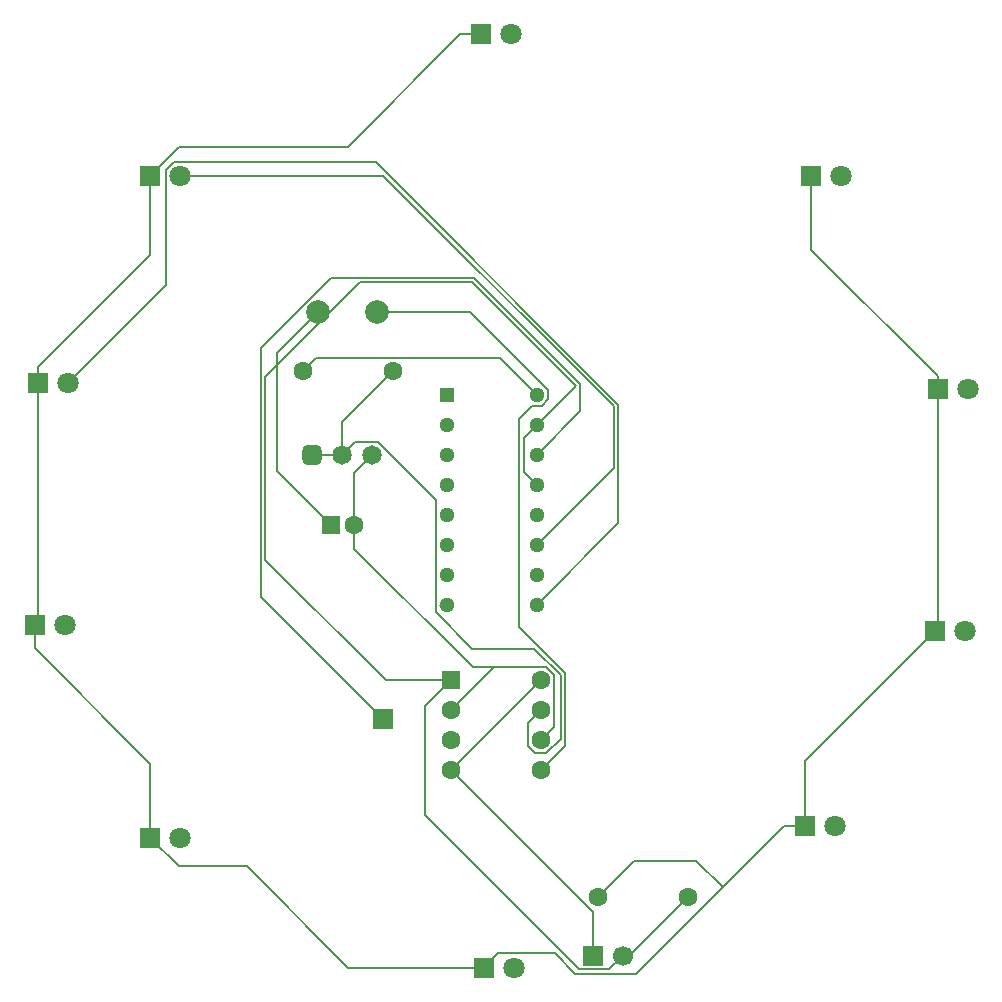
<source format=gbr>
%TF.GenerationSoftware,KiCad,Pcbnew,9.0.7*%
%TF.CreationDate,2026-02-11T00:05:44+01:00*%
%TF.ProjectId,BlinkerLED,426c696e-6b65-4724-9c45-442e6b696361,rev?*%
%TF.SameCoordinates,Original*%
%TF.FileFunction,Copper,L1,Top*%
%TF.FilePolarity,Positive*%
%FSLAX46Y46*%
G04 Gerber Fmt 4.6, Leading zero omitted, Abs format (unit mm)*
G04 Created by KiCad (PCBNEW 9.0.7) date 2026-02-11 00:05:44*
%MOMM*%
%LPD*%
G01*
G04 APERTURE LIST*
G04 Aperture macros list*
%AMRoundRect*
0 Rectangle with rounded corners*
0 $1 Rounding radius*
0 $2 $3 $4 $5 $6 $7 $8 $9 X,Y pos of 4 corners*
0 Add a 4 corners polygon primitive as box body*
4,1,4,$2,$3,$4,$5,$6,$7,$8,$9,$2,$3,0*
0 Add four circle primitives for the rounded corners*
1,1,$1+$1,$2,$3*
1,1,$1+$1,$4,$5*
1,1,$1+$1,$6,$7*
1,1,$1+$1,$8,$9*
0 Add four rect primitives between the rounded corners*
20,1,$1+$1,$2,$3,$4,$5,0*
20,1,$1+$1,$4,$5,$6,$7,0*
20,1,$1+$1,$6,$7,$8,$9,0*
20,1,$1+$1,$8,$9,$2,$3,0*%
G04 Aperture macros list end*
%TA.AperFunction,ComponentPad*%
%ADD10R,1.800000X1.800000*%
%TD*%
%TA.AperFunction,ComponentPad*%
%ADD11C,1.800000*%
%TD*%
%TA.AperFunction,ComponentPad*%
%ADD12RoundRect,0.250000X-0.550000X-0.550000X0.550000X-0.550000X0.550000X0.550000X-0.550000X0.550000X0*%
%TD*%
%TA.AperFunction,ComponentPad*%
%ADD13C,1.600000*%
%TD*%
%TA.AperFunction,ComponentPad*%
%ADD14RoundRect,0.412500X-0.412500X-0.412500X0.412500X-0.412500X0.412500X0.412500X-0.412500X0.412500X0*%
%TD*%
%TA.AperFunction,ComponentPad*%
%ADD15C,1.650000*%
%TD*%
%TA.AperFunction,ComponentPad*%
%ADD16R,1.700000X1.700000*%
%TD*%
%TA.AperFunction,ComponentPad*%
%ADD17R,1.295400X1.295400*%
%TD*%
%TA.AperFunction,ComponentPad*%
%ADD18C,1.295400*%
%TD*%
%TA.AperFunction,ComponentPad*%
%ADD19C,2.000000*%
%TD*%
%TA.AperFunction,ComponentPad*%
%ADD20C,1.700000*%
%TD*%
%TA.AperFunction,Conductor*%
%ADD21C,0.200000*%
%TD*%
G04 APERTURE END LIST*
D10*
%TO.P,D6,1,K*%
%TO.N,Net-(D1-K)*%
X108000000Y-140500000D03*
D11*
%TO.P,D6,2,A*%
%TO.N,Net-(D6-A)*%
X110540000Y-140500000D03*
%TD*%
D10*
%TO.P,D1,1,K*%
%TO.N,Net-(D1-K)*%
X107730000Y-61500000D03*
D11*
%TO.P,D1,2,A*%
%TO.N,Net-(D1-A)*%
X110270000Y-61500000D03*
%TD*%
D12*
%TO.P,U1,1,GND*%
%TO.N,GND*%
X105195000Y-116190000D03*
D13*
%TO.P,U1,2,TRIG*%
%TO.N,TR*%
X105195000Y-118730000D03*
%TO.P,U1,3,OUT*%
%TO.N,OUT*%
X105195000Y-121270000D03*
%TO.P,U1,4,~{RST}*%
%TO.N,+5V*%
X105195000Y-123810000D03*
%TO.P,U1,5,CONT*%
%TO.N,Net-(U1-CONT)*%
X112815000Y-123810000D03*
%TO.P,U1,6,THRES*%
%TO.N,TR*%
X112815000Y-121270000D03*
%TO.P,U1,7,DISCH*%
%TO.N,Net-(U1-DISCH)*%
X112815000Y-118730000D03*
%TO.P,U1,8,VCC*%
%TO.N,+5V*%
X112815000Y-116190000D03*
%TD*%
D10*
%TO.P,D7,1,K*%
%TO.N,Net-(D1-K)*%
X79730000Y-129500000D03*
D11*
%TO.P,D7,2,A*%
%TO.N,Net-(D7-A)*%
X82270000Y-129500000D03*
%TD*%
D14*
%TO.P,RV1,1,1*%
%TO.N,Net-(U1-DISCH)*%
X93460000Y-97112500D03*
D15*
%TO.P,RV1,2,2*%
X96000000Y-97112500D03*
%TO.P,RV1,3,3*%
%TO.N,TR*%
X98540000Y-97112500D03*
%TD*%
D12*
%TO.P,C4,1*%
%TO.N,GND*%
X95044888Y-103000000D03*
D13*
%TO.P,C4,2*%
%TO.N,TR*%
X97044888Y-103000000D03*
%TD*%
D16*
%TO.P,J2,1,Pin_1*%
%TO.N,OUT*%
X99500000Y-119500000D03*
%TD*%
D10*
%TO.P,D3,1,K*%
%TO.N,Net-(D1-K)*%
X146460000Y-91500000D03*
D11*
%TO.P,D3,2,A*%
%TO.N,Net-(D3-A)*%
X149000000Y-91500000D03*
%TD*%
D17*
%TO.P,U2,1,Q5*%
%TO.N,Net-(D6-A)*%
X104880000Y-92000000D03*
D18*
%TO.P,U2,2,Q1*%
%TO.N,Net-(D2-A)*%
X104880000Y-94540000D03*
%TO.P,U2,3,Q0*%
%TO.N,Net-(D1-A)*%
X104880000Y-97080000D03*
%TO.P,U2,4,Q2*%
%TO.N,Net-(D3-A)*%
X104880000Y-99620000D03*
%TO.P,U2,5,Q6*%
%TO.N,Net-(D7-A)*%
X104880000Y-102160000D03*
%TO.P,U2,6,Q7*%
%TO.N,Net-(D8-A)*%
X104880000Y-104700000D03*
%TO.P,U2,7,Q3*%
%TO.N,Net-(D4-A)*%
X104880000Y-107240000D03*
%TO.P,U2,8,VSS*%
%TO.N,GND*%
X104880000Y-109780000D03*
%TO.P,U2,9,Q8*%
%TO.N,Net-(D9-A)*%
X112500000Y-109780000D03*
%TO.P,U2,10,Q4*%
%TO.N,Net-(D5-A)*%
X112500000Y-107240000D03*
%TO.P,U2,11,Q9*%
%TO.N,Net-(D10-A)*%
X112500000Y-104700000D03*
%TO.P,U2,12,Cout*%
%TO.N,unconnected-(U2-Cout-Pad12)*%
X112500000Y-102160000D03*
%TO.P,U2,13,CKEN*%
%TO.N,GND*%
X112500000Y-99620000D03*
%TO.P,U2,14,CLK*%
%TO.N,OUT*%
X112500000Y-97080000D03*
%TO.P,U2,15,Reset*%
%TO.N,GND*%
X112500000Y-94540000D03*
%TO.P,U2,16,VDD*%
%TO.N,+5V*%
X112500000Y-92000000D03*
%TD*%
D19*
%TO.P,C3,1*%
%TO.N,GND*%
X94000000Y-85000000D03*
%TO.P,C3,2*%
%TO.N,Net-(U1-CONT)*%
X99000000Y-85000000D03*
%TD*%
D10*
%TO.P,D5,1,K*%
%TO.N,Net-(D1-K)*%
X135230000Y-128500000D03*
D11*
%TO.P,D5,2,A*%
%TO.N,Net-(D5-A)*%
X137770000Y-128500000D03*
%TD*%
D10*
%TO.P,D9,1,K*%
%TO.N,Net-(D1-K)*%
X70230000Y-91000000D03*
D11*
%TO.P,D9,2,A*%
%TO.N,Net-(D9-A)*%
X72770000Y-91000000D03*
%TD*%
D10*
%TO.P,D10,1,K*%
%TO.N,Net-(D1-K)*%
X79730000Y-73500000D03*
D11*
%TO.P,D10,2,A*%
%TO.N,Net-(D10-A)*%
X82270000Y-73500000D03*
%TD*%
D10*
%TO.P,D2,1,K*%
%TO.N,Net-(D1-K)*%
X135730000Y-73500000D03*
D11*
%TO.P,D2,2,A*%
%TO.N,Net-(D2-A)*%
X138270000Y-73500000D03*
%TD*%
D13*
%TO.P,R3,1*%
%TO.N,+5V*%
X92690000Y-90000000D03*
%TO.P,R3,2*%
%TO.N,Net-(U1-DISCH)*%
X100310000Y-90000000D03*
%TD*%
D16*
%TO.P,J1,1,Pin_1*%
%TO.N,+5V*%
X117225000Y-139500000D03*
D20*
%TO.P,J1,2,Pin_2*%
%TO.N,GND*%
X119765000Y-139500000D03*
%TD*%
D13*
%TO.P,R4,1*%
%TO.N,Net-(D1-K)*%
X117690000Y-134500000D03*
%TO.P,R4,2*%
%TO.N,GND*%
X125310000Y-134500000D03*
%TD*%
D10*
%TO.P,D4,1,K*%
%TO.N,Net-(D1-K)*%
X146230000Y-112000000D03*
D11*
%TO.P,D4,2,A*%
%TO.N,Net-(D4-A)*%
X148770000Y-112000000D03*
%TD*%
D10*
%TO.P,D8,1,K*%
%TO.N,Net-(D1-K)*%
X69960000Y-111500000D03*
D11*
%TO.P,D8,2,A*%
%TO.N,Net-(D8-A)*%
X72500000Y-111500000D03*
%TD*%
D21*
%TO.N,GND*%
X116074000Y-140651000D02*
X118614000Y-140651000D01*
X120310000Y-139500000D02*
X119765000Y-139500000D01*
X111401000Y-95639000D02*
X111401000Y-98521000D01*
X94000000Y-85000000D02*
X90500000Y-88500000D01*
X104324888Y-109780000D02*
X104880000Y-109780000D01*
X89500000Y-90500000D02*
X89500000Y-106000000D01*
X89500000Y-106000000D02*
X99690000Y-116190000D01*
X90500000Y-98455112D02*
X95044888Y-103000000D01*
X97500000Y-82500000D02*
X89500000Y-90500000D01*
X112500000Y-94540000D02*
X111401000Y-95639000D01*
X99690000Y-116190000D02*
X105195000Y-116190000D01*
X105195000Y-116190000D02*
X103000000Y-118385000D01*
X103000000Y-127577000D02*
X116074000Y-140651000D01*
X103000000Y-118385000D02*
X103000000Y-127577000D01*
X125310000Y-134500000D02*
X120310000Y-139500000D01*
X90500000Y-88500000D02*
X90500000Y-98455112D01*
X112500000Y-94540000D02*
X115770000Y-91269999D01*
X111401000Y-98521000D02*
X112500000Y-99620000D01*
X115770000Y-91269999D02*
X107000001Y-82500000D01*
X118614000Y-140651000D02*
X119765000Y-139500000D01*
X107000001Y-82500000D02*
X97500000Y-82500000D01*
%TO.N,Net-(U1-CONT)*%
X111000000Y-94055735D02*
X112107035Y-92948700D01*
X114901000Y-121724000D02*
X114901000Y-115584750D01*
X112815000Y-123810000D02*
X114901000Y-121724000D01*
X113448700Y-91607035D02*
X106841665Y-85000000D01*
X113448700Y-92392965D02*
X113448700Y-91607035D01*
X112892965Y-92948700D02*
X113448700Y-92392965D01*
X111000000Y-111683750D02*
X111000000Y-94055735D01*
X106841665Y-85000000D02*
X99000000Y-85000000D01*
X112107035Y-92948700D02*
X112892965Y-92948700D01*
X114901000Y-115584750D02*
X111000000Y-111683750D01*
%TO.N,TR*%
X97044888Y-103000000D02*
X97044888Y-105044888D01*
X108836000Y-115089000D02*
X113271050Y-115089000D01*
X113271050Y-115089000D02*
X113916000Y-115733950D01*
X97044888Y-105044888D02*
X107089000Y-115089000D01*
X97044888Y-103000000D02*
X97044888Y-98607612D01*
X113916000Y-120169000D02*
X112815000Y-121270000D01*
X107089000Y-115089000D02*
X108836000Y-115089000D01*
X97044888Y-98607612D02*
X98540000Y-97112500D01*
X105195000Y-118730000D02*
X108836000Y-115089000D01*
X113916000Y-115733950D02*
X113916000Y-120169000D01*
%TO.N,Net-(D1-K)*%
X79730000Y-129500000D02*
X79730000Y-123230000D01*
X70230000Y-110770000D02*
X70230000Y-91000000D01*
X115744713Y-141052318D02*
X120887453Y-141052318D01*
X113991395Y-139299000D02*
X115744713Y-141052318D01*
X146460000Y-91500000D02*
X146460000Y-90460000D01*
X120690000Y-131500000D02*
X126000000Y-131500000D01*
X87934078Y-131934078D02*
X82164078Y-131934078D01*
X120887453Y-141052318D02*
X128219885Y-133719885D01*
X135230000Y-123000000D02*
X146230000Y-112000000D01*
X117690000Y-134500000D02*
X120690000Y-131500000D01*
X69960000Y-111040000D02*
X70230000Y-110770000D01*
X109201000Y-139299000D02*
X113991395Y-139299000D01*
X146460000Y-111540000D02*
X146460000Y-91500000D01*
X82230000Y-71000000D02*
X96500000Y-71000000D01*
X69960000Y-111500000D02*
X69960000Y-111040000D01*
X133439771Y-128500000D02*
X135230000Y-128500000D01*
X135730000Y-79730000D02*
X135730000Y-73500000D01*
X79730000Y-80135000D02*
X79730000Y-73500000D01*
X135230000Y-128500000D02*
X135230000Y-123000000D01*
X96500000Y-71000000D02*
X106000000Y-61500000D01*
X106000000Y-61500000D02*
X107730000Y-61500000D01*
X108000000Y-140500000D02*
X96500000Y-140500000D01*
X79730000Y-73500000D02*
X82230000Y-71000000D01*
X82164078Y-131934078D02*
X79730000Y-129500000D01*
X96500000Y-140500000D02*
X87934078Y-131934078D01*
X69960000Y-113460000D02*
X69960000Y-111500000D01*
X128219885Y-133719885D02*
X133439771Y-128500000D01*
X146230000Y-111770000D02*
X146460000Y-111540000D01*
X126000000Y-131500000D02*
X128219885Y-133719885D01*
X146230000Y-112000000D02*
X146230000Y-111770000D01*
X70230000Y-89635000D02*
X79730000Y-80135000D01*
X108000000Y-140500000D02*
X109201000Y-139299000D01*
X79730000Y-123230000D02*
X69960000Y-113460000D01*
X146460000Y-90460000D02*
X135730000Y-79730000D01*
X70230000Y-91000000D02*
X70230000Y-89635000D01*
%TO.N,Net-(D9-A)*%
X81069000Y-73002529D02*
X81772529Y-72299000D01*
X119401000Y-92833900D02*
X119401000Y-102879000D01*
X72770000Y-91000000D02*
X81069000Y-82701000D01*
X119401000Y-102879000D02*
X112500000Y-109780000D01*
X98866100Y-72299000D02*
X119401000Y-92833900D01*
X81772529Y-72299000D02*
X98866100Y-72299000D01*
X81069000Y-82701000D02*
X81069000Y-73002529D01*
%TO.N,Net-(D10-A)*%
X119000000Y-93000000D02*
X119000000Y-98200000D01*
X99500000Y-73500000D02*
X119000000Y-93000000D01*
X119000000Y-98200000D02*
X112500000Y-104700000D01*
X82270000Y-73500000D02*
X99500000Y-73500000D01*
%TO.N,+5V*%
X117225000Y-135840000D02*
X105195000Y-123810000D01*
X105195000Y-123810000D02*
X112815000Y-116190000D01*
X93791000Y-88899000D02*
X109399000Y-88899000D01*
X109399000Y-88899000D02*
X112500000Y-92000000D01*
X117225000Y-139500000D02*
X117225000Y-135840000D01*
X92690000Y-90000000D02*
X93791000Y-88899000D01*
%TO.N,OUT*%
X112500000Y-97080000D02*
X116171000Y-93409000D01*
X95061108Y-82099000D02*
X89099000Y-88061108D01*
X107166101Y-82099000D02*
X95061108Y-82099000D01*
X116171000Y-93409000D02*
X116171000Y-91103899D01*
X116171000Y-91103899D02*
X107166101Y-82099000D01*
X89099000Y-109099000D02*
X99500000Y-119500000D01*
X89099000Y-88061108D02*
X89099000Y-109099000D01*
%TO.N,Net-(U1-DISCH)*%
X114500000Y-115750850D02*
X114500000Y-121142050D01*
X114500000Y-121142050D02*
X113271050Y-122371000D01*
X96000000Y-97112500D02*
X97126000Y-95986500D01*
X103923888Y-100903983D02*
X103923888Y-110423888D01*
X96000000Y-94310000D02*
X100310000Y-90000000D01*
X112358950Y-122371000D02*
X111714000Y-121726050D01*
X96000000Y-97112500D02*
X96000000Y-94310000D01*
X97126000Y-95986500D02*
X99006405Y-95986500D01*
X99006405Y-95986500D02*
X103923888Y-100903983D01*
X93460000Y-97112500D02*
X96000000Y-97112500D01*
X112249150Y-113500000D02*
X114500000Y-115750850D01*
X103923888Y-110423888D02*
X107000000Y-113500000D01*
X113271050Y-122371000D02*
X112358950Y-122371000D01*
X111714000Y-119831000D02*
X112815000Y-118730000D01*
X107000000Y-113500000D02*
X112249150Y-113500000D01*
X111714000Y-121726050D02*
X111714000Y-119831000D01*
%TD*%
M02*

</source>
